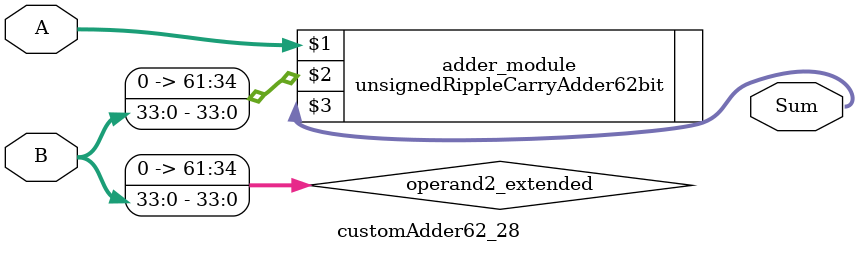
<source format=v>
module customAdder62_28(
                        input [61 : 0] A,
                        input [33 : 0] B,
                        
                        output [62 : 0] Sum
                );

        wire [61 : 0] operand2_extended;
        
        assign operand2_extended =  {28'b0, B};
        
        unsignedRippleCarryAdder62bit adder_module(
            A,
            operand2_extended,
            Sum
        );
        
        endmodule
        
</source>
